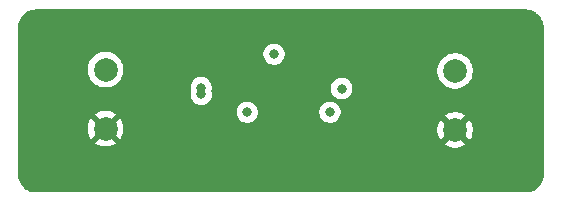
<source format=gbr>
%TF.GenerationSoftware,KiCad,Pcbnew,9.0.7*%
%TF.CreationDate,2026-01-20T22:52:20-08:00*%
%TF.ProjectId,PCBs,50434273-2e6b-4696-9361-645f70636258,rev?*%
%TF.SameCoordinates,Original*%
%TF.FileFunction,Copper,L2,Inr*%
%TF.FilePolarity,Positive*%
%FSLAX46Y46*%
G04 Gerber Fmt 4.6, Leading zero omitted, Abs format (unit mm)*
G04 Created by KiCad (PCBNEW 9.0.7) date 2026-01-20 22:52:20*
%MOMM*%
%LPD*%
G01*
G04 APERTURE LIST*
%TA.AperFunction,ComponentPad*%
%ADD10C,2.000000*%
%TD*%
%TA.AperFunction,ViaPad*%
%ADD11C,0.800000*%
%TD*%
G04 APERTURE END LIST*
D10*
%TO.N,GND*%
%TO.C,P1*%
X136400000Y-117100000D03*
%TO.N,VCCIN*%
X136400000Y-112100000D03*
%TD*%
%TO.N,GND*%
%TO.C,P2*%
X166000000Y-117200000D03*
%TO.N,VCCOUT*%
X166000000Y-112200000D03*
%TD*%
D11*
%TO.N,VCCOUT*%
X148400000Y-115700000D03*
X156400000Y-113700000D03*
X150660000Y-110800000D03*
X155400000Y-115700000D03*
%TO.N,GND*%
X158250000Y-119300000D03*
X157800000Y-118750000D03*
X158750000Y-118750000D03*
X142850000Y-115650000D03*
X143300000Y-116200000D03*
X143800000Y-115650000D03*
X146450000Y-114750000D03*
X146450000Y-114175000D03*
X146450000Y-115325000D03*
%TO.N,VCCIN*%
X144500000Y-114200000D03*
X144500000Y-113625000D03*
%TD*%
%TA.AperFunction,Conductor*%
%TO.N,GND*%
G36*
X172004418Y-107000816D02*
G01*
X172188771Y-107014001D01*
X172199293Y-107015208D01*
X172238342Y-107021392D01*
X172245235Y-107022688D01*
X172404658Y-107057368D01*
X172416578Y-107060592D01*
X172446235Y-107070228D01*
X172451162Y-107071946D01*
X172612703Y-107132198D01*
X172625644Y-107137887D01*
X172633722Y-107142002D01*
X172634751Y-107142527D01*
X172637863Y-107144169D01*
X172802914Y-107234293D01*
X172817784Y-107243849D01*
X172887073Y-107295719D01*
X172974867Y-107361441D01*
X172988237Y-107373027D01*
X173126972Y-107511762D01*
X173138558Y-107525132D01*
X173256148Y-107682213D01*
X173265710Y-107697093D01*
X173310462Y-107779050D01*
X173355815Y-107862109D01*
X173357461Y-107865228D01*
X173362104Y-107874338D01*
X173367807Y-107887311D01*
X173428039Y-108048799D01*
X173429788Y-108053815D01*
X173439400Y-108083398D01*
X173442635Y-108095358D01*
X173477304Y-108254731D01*
X173478612Y-108261692D01*
X173484788Y-108300688D01*
X173485998Y-108311238D01*
X173499184Y-108495582D01*
X173499500Y-108504429D01*
X173499500Y-120995570D01*
X173499184Y-121004417D01*
X173485998Y-121188760D01*
X173484788Y-121199310D01*
X173478612Y-121238306D01*
X173477304Y-121245267D01*
X173442635Y-121404640D01*
X173439400Y-121416600D01*
X173429788Y-121446183D01*
X173428039Y-121451199D01*
X173367807Y-121612687D01*
X173362105Y-121625656D01*
X173362105Y-121625657D01*
X173357476Y-121634740D01*
X173355829Y-121637862D01*
X173265710Y-121802906D01*
X173256144Y-121817791D01*
X173138558Y-121974867D01*
X173126972Y-121988237D01*
X172988237Y-122126972D01*
X172974867Y-122138558D01*
X172817791Y-122256144D01*
X172802906Y-122265710D01*
X172637862Y-122355829D01*
X172634740Y-122357476D01*
X172625657Y-122362105D01*
X172612687Y-122367807D01*
X172451199Y-122428039D01*
X172446183Y-122429788D01*
X172416600Y-122439400D01*
X172404640Y-122442635D01*
X172245267Y-122477304D01*
X172238306Y-122478612D01*
X172199310Y-122484788D01*
X172188760Y-122485998D01*
X172004418Y-122499184D01*
X171995571Y-122499500D01*
X130504429Y-122499500D01*
X130495582Y-122499184D01*
X130311238Y-122485998D01*
X130300688Y-122484788D01*
X130261692Y-122478612D01*
X130254731Y-122477304D01*
X130095358Y-122442635D01*
X130083398Y-122439400D01*
X130053815Y-122429788D01*
X130048799Y-122428039D01*
X129887311Y-122367807D01*
X129874338Y-122362104D01*
X129865228Y-122357461D01*
X129862109Y-122355815D01*
X129797105Y-122320321D01*
X129697088Y-122265707D01*
X129682213Y-122256148D01*
X129525132Y-122138558D01*
X129511762Y-122126972D01*
X129373027Y-121988237D01*
X129361441Y-121974867D01*
X129243849Y-121817784D01*
X129234293Y-121802914D01*
X129144169Y-121637862D01*
X129142527Y-121634751D01*
X129137893Y-121625657D01*
X129137887Y-121625644D01*
X129132198Y-121612703D01*
X129071946Y-121451162D01*
X129070228Y-121446235D01*
X129060592Y-121416578D01*
X129057368Y-121404658D01*
X129022688Y-121245235D01*
X129021392Y-121238342D01*
X129015208Y-121199293D01*
X129014001Y-121188771D01*
X129000816Y-121004417D01*
X129000500Y-120995572D01*
X129000500Y-116981947D01*
X134900000Y-116981947D01*
X134900000Y-117218052D01*
X134936934Y-117451247D01*
X135009897Y-117675802D01*
X135117087Y-117886174D01*
X135177338Y-117969104D01*
X135177340Y-117969105D01*
X135835429Y-117311016D01*
X135840937Y-117331571D01*
X135919922Y-117468377D01*
X136031623Y-117580078D01*
X136168429Y-117659063D01*
X136188982Y-117664570D01*
X135530893Y-118322658D01*
X135613828Y-118382914D01*
X135824197Y-118490102D01*
X136048752Y-118563065D01*
X136048751Y-118563065D01*
X136281948Y-118600000D01*
X136518052Y-118600000D01*
X136751247Y-118563065D01*
X136975802Y-118490102D01*
X137186163Y-118382918D01*
X137186169Y-118382914D01*
X137269104Y-118322658D01*
X137269105Y-118322658D01*
X136611016Y-117664570D01*
X136631571Y-117659063D01*
X136768377Y-117580078D01*
X136880078Y-117468377D01*
X136959063Y-117331571D01*
X136964570Y-117311017D01*
X137622658Y-117969105D01*
X137622658Y-117969104D01*
X137682914Y-117886169D01*
X137682918Y-117886163D01*
X137790102Y-117675802D01*
X137863065Y-117451247D01*
X137900000Y-117218052D01*
X137900000Y-117081947D01*
X164500000Y-117081947D01*
X164500000Y-117318052D01*
X164536934Y-117551247D01*
X164609897Y-117775802D01*
X164717087Y-117986174D01*
X164777338Y-118069104D01*
X164777340Y-118069105D01*
X165435429Y-117411016D01*
X165440937Y-117431571D01*
X165519922Y-117568377D01*
X165631623Y-117680078D01*
X165768429Y-117759063D01*
X165788982Y-117764570D01*
X165130893Y-118422658D01*
X165213828Y-118482914D01*
X165424197Y-118590102D01*
X165648752Y-118663065D01*
X165648751Y-118663065D01*
X165881948Y-118700000D01*
X166118052Y-118700000D01*
X166351247Y-118663065D01*
X166575802Y-118590102D01*
X166786163Y-118482918D01*
X166786169Y-118482914D01*
X166869104Y-118422658D01*
X166869105Y-118422658D01*
X166211016Y-117764570D01*
X166231571Y-117759063D01*
X166368377Y-117680078D01*
X166480078Y-117568377D01*
X166559063Y-117431571D01*
X166564570Y-117411016D01*
X167222658Y-118069105D01*
X167222658Y-118069104D01*
X167282914Y-117986169D01*
X167282918Y-117986163D01*
X167390102Y-117775802D01*
X167463065Y-117551247D01*
X167500000Y-117318052D01*
X167500000Y-117081947D01*
X167463065Y-116848752D01*
X167390102Y-116624197D01*
X167282914Y-116413828D01*
X167222658Y-116330894D01*
X167222658Y-116330893D01*
X166564570Y-116988982D01*
X166559063Y-116968429D01*
X166480078Y-116831623D01*
X166368377Y-116719922D01*
X166231571Y-116640937D01*
X166211016Y-116635429D01*
X166869105Y-115977340D01*
X166869104Y-115977338D01*
X166786174Y-115917087D01*
X166575802Y-115809897D01*
X166351247Y-115736934D01*
X166351248Y-115736934D01*
X166118052Y-115700000D01*
X165881948Y-115700000D01*
X165648752Y-115736934D01*
X165424197Y-115809897D01*
X165213830Y-115917084D01*
X165130894Y-115977340D01*
X165788983Y-116635429D01*
X165768429Y-116640937D01*
X165631623Y-116719922D01*
X165519922Y-116831623D01*
X165440937Y-116968429D01*
X165435429Y-116988983D01*
X164777340Y-116330894D01*
X164717084Y-116413830D01*
X164609897Y-116624197D01*
X164536934Y-116848752D01*
X164500000Y-117081947D01*
X137900000Y-117081947D01*
X137900000Y-116981947D01*
X137863065Y-116748752D01*
X137790102Y-116524197D01*
X137682914Y-116313828D01*
X137622658Y-116230894D01*
X137622658Y-116230893D01*
X136964570Y-116888982D01*
X136959063Y-116868429D01*
X136880078Y-116731623D01*
X136768377Y-116619922D01*
X136631571Y-116540937D01*
X136611016Y-116535429D01*
X137269105Y-115877340D01*
X137269104Y-115877338D01*
X137186174Y-115817087D01*
X136987195Y-115715702D01*
X136975802Y-115709897D01*
X136751247Y-115636934D01*
X136751248Y-115636934D01*
X136589424Y-115611304D01*
X147499500Y-115611304D01*
X147499500Y-115788695D01*
X147534103Y-115962658D01*
X147534106Y-115962667D01*
X147601983Y-116126540D01*
X147601990Y-116126553D01*
X147700535Y-116274034D01*
X147700538Y-116274038D01*
X147825961Y-116399461D01*
X147825965Y-116399464D01*
X147973446Y-116498009D01*
X147973459Y-116498016D01*
X148036667Y-116524197D01*
X148137334Y-116565894D01*
X148137336Y-116565894D01*
X148137341Y-116565896D01*
X148311304Y-116600499D01*
X148311307Y-116600500D01*
X148311309Y-116600500D01*
X148488693Y-116600500D01*
X148488694Y-116600499D01*
X148546682Y-116588964D01*
X148662658Y-116565896D01*
X148662661Y-116565894D01*
X148662666Y-116565894D01*
X148802535Y-116507958D01*
X148826540Y-116498016D01*
X148826540Y-116498015D01*
X148826547Y-116498013D01*
X148974035Y-116399464D01*
X149099464Y-116274035D01*
X149198013Y-116126547D01*
X149265894Y-115962666D01*
X149274961Y-115917087D01*
X149300499Y-115788695D01*
X149300500Y-115788693D01*
X149300500Y-115611306D01*
X149300499Y-115611304D01*
X154499500Y-115611304D01*
X154499500Y-115788695D01*
X154534103Y-115962658D01*
X154534106Y-115962667D01*
X154601983Y-116126540D01*
X154601990Y-116126553D01*
X154700535Y-116274034D01*
X154700538Y-116274038D01*
X154825961Y-116399461D01*
X154825965Y-116399464D01*
X154973446Y-116498009D01*
X154973459Y-116498016D01*
X155036667Y-116524197D01*
X155137334Y-116565894D01*
X155137336Y-116565894D01*
X155137341Y-116565896D01*
X155311304Y-116600499D01*
X155311307Y-116600500D01*
X155311309Y-116600500D01*
X155488693Y-116600500D01*
X155488694Y-116600499D01*
X155546682Y-116588964D01*
X155662658Y-116565896D01*
X155662661Y-116565894D01*
X155662666Y-116565894D01*
X155802535Y-116507958D01*
X155826540Y-116498016D01*
X155826540Y-116498015D01*
X155826547Y-116498013D01*
X155974035Y-116399464D01*
X156099464Y-116274035D01*
X156198013Y-116126547D01*
X156265894Y-115962666D01*
X156274961Y-115917087D01*
X156300499Y-115788695D01*
X156300500Y-115788693D01*
X156300500Y-115611306D01*
X156300499Y-115611304D01*
X156265896Y-115437341D01*
X156265893Y-115437332D01*
X156198016Y-115273459D01*
X156198009Y-115273446D01*
X156099464Y-115125965D01*
X156099461Y-115125961D01*
X155974038Y-115000538D01*
X155974034Y-115000535D01*
X155826553Y-114901990D01*
X155826540Y-114901983D01*
X155662667Y-114834106D01*
X155662658Y-114834103D01*
X155488694Y-114799500D01*
X155488691Y-114799500D01*
X155311309Y-114799500D01*
X155311306Y-114799500D01*
X155137341Y-114834103D01*
X155137332Y-114834106D01*
X154973459Y-114901983D01*
X154973446Y-114901990D01*
X154825965Y-115000535D01*
X154825961Y-115000538D01*
X154700538Y-115125961D01*
X154700535Y-115125965D01*
X154601990Y-115273446D01*
X154601983Y-115273459D01*
X154534106Y-115437332D01*
X154534103Y-115437341D01*
X154499500Y-115611304D01*
X149300499Y-115611304D01*
X149265896Y-115437341D01*
X149265893Y-115437332D01*
X149198016Y-115273459D01*
X149198009Y-115273446D01*
X149099464Y-115125965D01*
X149099461Y-115125961D01*
X148974038Y-115000538D01*
X148974034Y-115000535D01*
X148826553Y-114901990D01*
X148826540Y-114901983D01*
X148662667Y-114834106D01*
X148662658Y-114834103D01*
X148488694Y-114799500D01*
X148488691Y-114799500D01*
X148311309Y-114799500D01*
X148311306Y-114799500D01*
X148137341Y-114834103D01*
X148137332Y-114834106D01*
X147973459Y-114901983D01*
X147973446Y-114901990D01*
X147825965Y-115000535D01*
X147825961Y-115000538D01*
X147700538Y-115125961D01*
X147700535Y-115125965D01*
X147601990Y-115273446D01*
X147601983Y-115273459D01*
X147534106Y-115437332D01*
X147534103Y-115437341D01*
X147499500Y-115611304D01*
X136589424Y-115611304D01*
X136518052Y-115600000D01*
X136281948Y-115600000D01*
X136048752Y-115636934D01*
X135824197Y-115709897D01*
X135613830Y-115817084D01*
X135530894Y-115877340D01*
X136188983Y-116535429D01*
X136168429Y-116540937D01*
X136031623Y-116619922D01*
X135919922Y-116731623D01*
X135840937Y-116868429D01*
X135835429Y-116888983D01*
X135177340Y-116230894D01*
X135117084Y-116313830D01*
X135009897Y-116524197D01*
X134936934Y-116748752D01*
X134900000Y-116981947D01*
X129000500Y-116981947D01*
X129000500Y-111981902D01*
X134899500Y-111981902D01*
X134899500Y-112218097D01*
X134936446Y-112451368D01*
X135009433Y-112675996D01*
X135089995Y-112834106D01*
X135116657Y-112886433D01*
X135255483Y-113077510D01*
X135422490Y-113244517D01*
X135613567Y-113383343D01*
X135712991Y-113434002D01*
X135824003Y-113490566D01*
X135824005Y-113490566D01*
X135824008Y-113490568D01*
X135944412Y-113529689D01*
X136048631Y-113563553D01*
X136281903Y-113600500D01*
X136281908Y-113600500D01*
X136518097Y-113600500D01*
X136751368Y-113563553D01*
X136835232Y-113536304D01*
X143599500Y-113536304D01*
X143599500Y-113713695D01*
X143634233Y-113888309D01*
X143634233Y-113936691D01*
X143599500Y-114111304D01*
X143599500Y-114288695D01*
X143634103Y-114462658D01*
X143634106Y-114462667D01*
X143701983Y-114626540D01*
X143701990Y-114626553D01*
X143800535Y-114774034D01*
X143800538Y-114774038D01*
X143925961Y-114899461D01*
X143925965Y-114899464D01*
X144073446Y-114998009D01*
X144073459Y-114998016D01*
X144196363Y-115048923D01*
X144237334Y-115065894D01*
X144237336Y-115065894D01*
X144237341Y-115065896D01*
X144411304Y-115100499D01*
X144411307Y-115100500D01*
X144411309Y-115100500D01*
X144588693Y-115100500D01*
X144588694Y-115100499D01*
X144646682Y-115088964D01*
X144762658Y-115065896D01*
X144762661Y-115065894D01*
X144762666Y-115065894D01*
X144926547Y-114998013D01*
X145074035Y-114899464D01*
X145199464Y-114774035D01*
X145298013Y-114626547D01*
X145365894Y-114462666D01*
X145378467Y-114399461D01*
X145400499Y-114288695D01*
X145400500Y-114288693D01*
X145400500Y-114111306D01*
X145365766Y-113936692D01*
X145365766Y-113888308D01*
X145400500Y-113713693D01*
X145400500Y-113611304D01*
X155499500Y-113611304D01*
X155499500Y-113788695D01*
X155534103Y-113962658D01*
X155534106Y-113962667D01*
X155601983Y-114126540D01*
X155601990Y-114126553D01*
X155700535Y-114274034D01*
X155700538Y-114274038D01*
X155825961Y-114399461D01*
X155825965Y-114399464D01*
X155973446Y-114498009D01*
X155973459Y-114498016D01*
X156096363Y-114548923D01*
X156137334Y-114565894D01*
X156137336Y-114565894D01*
X156137341Y-114565896D01*
X156311304Y-114600499D01*
X156311307Y-114600500D01*
X156311309Y-114600500D01*
X156488693Y-114600500D01*
X156488694Y-114600499D01*
X156546682Y-114588964D01*
X156662658Y-114565896D01*
X156662661Y-114565894D01*
X156662666Y-114565894D01*
X156826547Y-114498013D01*
X156974035Y-114399464D01*
X157099464Y-114274035D01*
X157198013Y-114126547D01*
X157265894Y-113962666D01*
X157300500Y-113788691D01*
X157300500Y-113611309D01*
X157300500Y-113611306D01*
X157300499Y-113611304D01*
X157265896Y-113437341D01*
X157265893Y-113437332D01*
X157198016Y-113273459D01*
X157198009Y-113273446D01*
X157099464Y-113125965D01*
X157099461Y-113125961D01*
X156974038Y-113000538D01*
X156974034Y-113000535D01*
X156826553Y-112901990D01*
X156826540Y-112901983D01*
X156662667Y-112834106D01*
X156662658Y-112834103D01*
X156488694Y-112799500D01*
X156488691Y-112799500D01*
X156311309Y-112799500D01*
X156311306Y-112799500D01*
X156137341Y-112834103D01*
X156137332Y-112834106D01*
X155973459Y-112901983D01*
X155973446Y-112901990D01*
X155825965Y-113000535D01*
X155825961Y-113000538D01*
X155700538Y-113125961D01*
X155700535Y-113125965D01*
X155601990Y-113273446D01*
X155601983Y-113273459D01*
X155534106Y-113437332D01*
X155534103Y-113437341D01*
X155499500Y-113611304D01*
X145400500Y-113611304D01*
X145400500Y-113536306D01*
X145400499Y-113536304D01*
X145365896Y-113362341D01*
X145365893Y-113362332D01*
X145298016Y-113198459D01*
X145298009Y-113198446D01*
X145199464Y-113050965D01*
X145199461Y-113050961D01*
X145074038Y-112925538D01*
X145074034Y-112925535D01*
X144926553Y-112826990D01*
X144926540Y-112826983D01*
X144762667Y-112759106D01*
X144762658Y-112759103D01*
X144588694Y-112724500D01*
X144588691Y-112724500D01*
X144411309Y-112724500D01*
X144411306Y-112724500D01*
X144237341Y-112759103D01*
X144237332Y-112759106D01*
X144073459Y-112826983D01*
X144073446Y-112826990D01*
X143925965Y-112925535D01*
X143925961Y-112925538D01*
X143800538Y-113050961D01*
X143800535Y-113050965D01*
X143701990Y-113198446D01*
X143701983Y-113198459D01*
X143634106Y-113362332D01*
X143634103Y-113362341D01*
X143599500Y-113536304D01*
X136835232Y-113536304D01*
X136975992Y-113490568D01*
X137186433Y-113383343D01*
X137377510Y-113244517D01*
X137544517Y-113077510D01*
X137683343Y-112886433D01*
X137790568Y-112675992D01*
X137863553Y-112451368D01*
X137884662Y-112318092D01*
X137900500Y-112218097D01*
X137900500Y-112081902D01*
X164499500Y-112081902D01*
X164499500Y-112318097D01*
X164536446Y-112551368D01*
X164609433Y-112775996D01*
X164673631Y-112901990D01*
X164716657Y-112986433D01*
X164855483Y-113177510D01*
X165022490Y-113344517D01*
X165213567Y-113483343D01*
X165312991Y-113534002D01*
X165424003Y-113590566D01*
X165424005Y-113590566D01*
X165424008Y-113590568D01*
X165544412Y-113629689D01*
X165648631Y-113663553D01*
X165881903Y-113700500D01*
X165881908Y-113700500D01*
X166118097Y-113700500D01*
X166351368Y-113663553D01*
X166575992Y-113590568D01*
X166786433Y-113483343D01*
X166977510Y-113344517D01*
X167144517Y-113177510D01*
X167283343Y-112986433D01*
X167390568Y-112775992D01*
X167463553Y-112551368D01*
X167500500Y-112318097D01*
X167500500Y-112081902D01*
X167463553Y-111848631D01*
X167415422Y-111700500D01*
X167390568Y-111624008D01*
X167390566Y-111624005D01*
X167390566Y-111624003D01*
X167283342Y-111413566D01*
X167254621Y-111374035D01*
X167144517Y-111222490D01*
X166977510Y-111055483D01*
X166786433Y-110916657D01*
X166575996Y-110809433D01*
X166351368Y-110736446D01*
X166118097Y-110699500D01*
X166118092Y-110699500D01*
X165881908Y-110699500D01*
X165881903Y-110699500D01*
X165648631Y-110736446D01*
X165424003Y-110809433D01*
X165213566Y-110916657D01*
X165104550Y-110995862D01*
X165022490Y-111055483D01*
X165022488Y-111055485D01*
X165022487Y-111055485D01*
X164855485Y-111222487D01*
X164855485Y-111222488D01*
X164855483Y-111222490D01*
X164795862Y-111304550D01*
X164716657Y-111413566D01*
X164609433Y-111624003D01*
X164536446Y-111848631D01*
X164499500Y-112081902D01*
X137900500Y-112081902D01*
X137900500Y-111981902D01*
X137863553Y-111748631D01*
X137790566Y-111524003D01*
X137734002Y-111412991D01*
X137683343Y-111313567D01*
X137544517Y-111122490D01*
X137377510Y-110955483D01*
X137186433Y-110816657D01*
X137184561Y-110815703D01*
X137184560Y-110815702D01*
X137184559Y-110815702D01*
X137130875Y-110788348D01*
X136979672Y-110711306D01*
X149759500Y-110711306D01*
X149759500Y-110888695D01*
X149794103Y-111062658D01*
X149794106Y-111062667D01*
X149861983Y-111226540D01*
X149861990Y-111226553D01*
X149960535Y-111374034D01*
X149960538Y-111374038D01*
X150085961Y-111499461D01*
X150085965Y-111499464D01*
X150233446Y-111598009D01*
X150233459Y-111598016D01*
X150296211Y-111624008D01*
X150397334Y-111665894D01*
X150397336Y-111665894D01*
X150397341Y-111665896D01*
X150571304Y-111700499D01*
X150571307Y-111700500D01*
X150571309Y-111700500D01*
X150748693Y-111700500D01*
X150748694Y-111700499D01*
X150806682Y-111688964D01*
X150922658Y-111665896D01*
X150922661Y-111665894D01*
X150922666Y-111665894D01*
X151086547Y-111598013D01*
X151234035Y-111499464D01*
X151359464Y-111374035D01*
X151458013Y-111226547D01*
X151459694Y-111222490D01*
X151501115Y-111122488D01*
X151525894Y-111062666D01*
X151527323Y-111055485D01*
X151560499Y-110888695D01*
X151560500Y-110888693D01*
X151560500Y-110711306D01*
X151560499Y-110711299D01*
X151525896Y-110537341D01*
X151525893Y-110537332D01*
X151458016Y-110373459D01*
X151458009Y-110373446D01*
X151359464Y-110225965D01*
X151359461Y-110225961D01*
X151234038Y-110100538D01*
X151234034Y-110100535D01*
X151086553Y-110001990D01*
X151086540Y-110001983D01*
X150922667Y-109934106D01*
X150922658Y-109934103D01*
X150748694Y-109899500D01*
X150748691Y-109899500D01*
X150571309Y-109899500D01*
X150571306Y-109899500D01*
X150397341Y-109934103D01*
X150397332Y-109934106D01*
X150233459Y-110001983D01*
X150233446Y-110001990D01*
X150085965Y-110100535D01*
X150085961Y-110100538D01*
X149960538Y-110225961D01*
X149960535Y-110225965D01*
X149861990Y-110373446D01*
X149861983Y-110373459D01*
X149794106Y-110537332D01*
X149794103Y-110537341D01*
X149759501Y-110711299D01*
X149759500Y-110711306D01*
X136979672Y-110711306D01*
X136975996Y-110709433D01*
X136751368Y-110636446D01*
X136518097Y-110599500D01*
X136518092Y-110599500D01*
X136281908Y-110599500D01*
X136281903Y-110599500D01*
X136048631Y-110636446D01*
X135824003Y-110709433D01*
X135613566Y-110816657D01*
X135504550Y-110895862D01*
X135422490Y-110955483D01*
X135422488Y-110955485D01*
X135422487Y-110955485D01*
X135255485Y-111122487D01*
X135255485Y-111122488D01*
X135255483Y-111122490D01*
X135195862Y-111204550D01*
X135116657Y-111313566D01*
X135009433Y-111524003D01*
X134936446Y-111748631D01*
X134899500Y-111981902D01*
X129000500Y-111981902D01*
X129000500Y-108504427D01*
X129000816Y-108495581D01*
X129014002Y-108311220D01*
X129015207Y-108300711D01*
X129021394Y-108261644D01*
X129022685Y-108254777D01*
X129057370Y-108095331D01*
X129060588Y-108083431D01*
X129070237Y-108053734D01*
X129071935Y-108048867D01*
X129132203Y-107887282D01*
X129137880Y-107874367D01*
X129142553Y-107865196D01*
X129144151Y-107862169D01*
X129234295Y-107697082D01*
X129243845Y-107682221D01*
X129361448Y-107525123D01*
X129373020Y-107511769D01*
X129511769Y-107373020D01*
X129525123Y-107361448D01*
X129682221Y-107243845D01*
X129697082Y-107234295D01*
X129862169Y-107144151D01*
X129865196Y-107142553D01*
X129874367Y-107137880D01*
X129887282Y-107132203D01*
X130048867Y-107071935D01*
X130053734Y-107070237D01*
X130083431Y-107060588D01*
X130095331Y-107057370D01*
X130254777Y-107022685D01*
X130261644Y-107021394D01*
X130300711Y-107015207D01*
X130311223Y-107014001D01*
X130495582Y-107000816D01*
X130504428Y-107000500D01*
X171995572Y-107000500D01*
X172004418Y-107000816D01*
G37*
%TD.AperFunction*%
%TD*%
M02*

</source>
